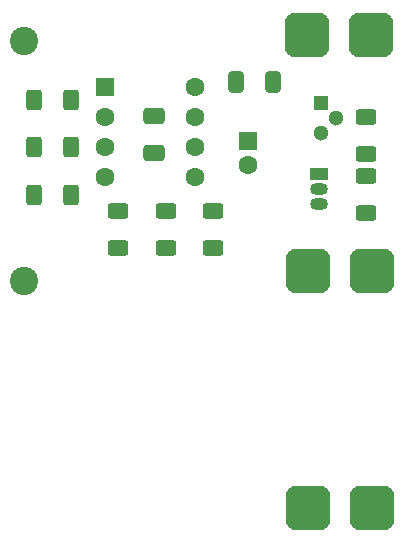
<source format=gbs>
%TF.GenerationSoftware,KiCad,Pcbnew,9.0.3*%
%TF.CreationDate,2025-07-24T09:06:34+02:00*%
%TF.ProjectId,turn-signal-flasher-6V,7475726e-2d73-4696-976e-616c2d666c61,rev?*%
%TF.SameCoordinates,Original*%
%TF.FileFunction,Soldermask,Bot*%
%TF.FilePolarity,Negative*%
%FSLAX46Y46*%
G04 Gerber Fmt 4.6, Leading zero omitted, Abs format (unit mm)*
G04 Created by KiCad (PCBNEW 9.0.3) date 2025-07-24 09:06:34*
%MOMM*%
%LPD*%
G01*
G04 APERTURE LIST*
G04 Aperture macros list*
%AMRoundRect*
0 Rectangle with rounded corners*
0 $1 Rounding radius*
0 $2 $3 $4 $5 $6 $7 $8 $9 X,Y pos of 4 corners*
0 Add a 4 corners polygon primitive as box body*
4,1,4,$2,$3,$4,$5,$6,$7,$8,$9,$2,$3,0*
0 Add four circle primitives for the rounded corners*
1,1,$1+$1,$2,$3*
1,1,$1+$1,$4,$5*
1,1,$1+$1,$6,$7*
1,1,$1+$1,$8,$9*
0 Add four rect primitives between the rounded corners*
20,1,$1+$1,$2,$3,$4,$5,0*
20,1,$1+$1,$4,$5,$6,$7,0*
20,1,$1+$1,$6,$7,$8,$9,0*
20,1,$1+$1,$8,$9,$2,$3,0*%
G04 Aperture macros list end*
%ADD10R,1.300000X1.300000*%
%ADD11C,1.300000*%
%ADD12RoundRect,0.950000X-0.950000X-0.950000X0.950000X-0.950000X0.950000X0.950000X-0.950000X0.950000X0*%
%ADD13RoundRect,0.250000X-0.550000X0.550000X-0.550000X-0.550000X0.550000X-0.550000X0.550000X0.550000X0*%
%ADD14C,1.600000*%
%ADD15RoundRect,0.250000X-0.550000X-0.550000X0.550000X-0.550000X0.550000X0.550000X-0.550000X0.550000X0*%
%ADD16C,2.400000*%
%ADD17R,1.500000X1.050000*%
%ADD18O,1.500000X1.050000*%
%ADD19RoundRect,0.250000X0.625000X-0.400000X0.625000X0.400000X-0.625000X0.400000X-0.625000X-0.400000X0*%
%ADD20RoundRect,0.250000X-0.400000X-0.625000X0.400000X-0.625000X0.400000X0.625000X-0.400000X0.625000X0*%
%ADD21RoundRect,0.250000X-0.650000X0.412500X-0.650000X-0.412500X0.650000X-0.412500X0.650000X0.412500X0*%
%ADD22RoundRect,0.250000X-0.412500X-0.650000X0.412500X-0.650000X0.412500X0.650000X-0.412500X0.650000X0*%
%ADD23RoundRect,0.250000X-0.625000X0.400000X-0.625000X-0.400000X0.625000X-0.400000X0.625000X0.400000X0*%
G04 APERTURE END LIST*
D10*
%TO.C,U2*%
X131640000Y-110730000D03*
D11*
X132910000Y-112000000D03*
X131640000Y-113270000D03*
%TD*%
D12*
%TO.C,J3*%
X130550000Y-145000000D03*
X135950000Y-145000000D03*
%TD*%
%TO.C,J1*%
X130500000Y-105000000D03*
X135900000Y-105000000D03*
%TD*%
D13*
%TO.C,C2*%
X125500000Y-114000000D03*
D14*
X125500000Y-116000000D03*
%TD*%
D15*
%TO.C,U1*%
X113380000Y-109380000D03*
D14*
X113380000Y-111920000D03*
X113380000Y-114460000D03*
X113380000Y-117000000D03*
X121000000Y-117000000D03*
X121000000Y-114460000D03*
X121000000Y-111920000D03*
X121000000Y-109380000D03*
%TD*%
D12*
%TO.C,J2*%
X130550000Y-125000000D03*
X135950000Y-125000000D03*
%TD*%
D16*
%TO.C,R11*%
X106500000Y-125820000D03*
X106500000Y-105500000D03*
%TD*%
D17*
%TO.C,Q1*%
X131500000Y-116730000D03*
D18*
X131500000Y-118000000D03*
X131500000Y-119270000D03*
%TD*%
D19*
%TO.C,R6*%
X122500000Y-123000000D03*
X122500000Y-119900000D03*
%TD*%
D20*
%TO.C,R4*%
X107400000Y-110500000D03*
X110500000Y-110500000D03*
%TD*%
%TO.C,R9*%
X107400000Y-118500000D03*
X110500000Y-118500000D03*
%TD*%
D19*
%TO.C,R2*%
X135500000Y-115050000D03*
X135500000Y-111950000D03*
%TD*%
D21*
%TO.C,C1*%
X117500000Y-111875000D03*
X117500000Y-115000000D03*
%TD*%
D22*
%TO.C,C3*%
X124500000Y-109000000D03*
X127625000Y-109000000D03*
%TD*%
D23*
%TO.C,R5*%
X118500000Y-119900000D03*
X118500000Y-123000000D03*
%TD*%
%TO.C,R10*%
X114500000Y-119900000D03*
X114500000Y-123000000D03*
%TD*%
D20*
%TO.C,R3*%
X107400000Y-114500000D03*
X110500000Y-114500000D03*
%TD*%
D19*
%TO.C,R1*%
X135500000Y-120050000D03*
X135500000Y-116950000D03*
%TD*%
M02*

</source>
